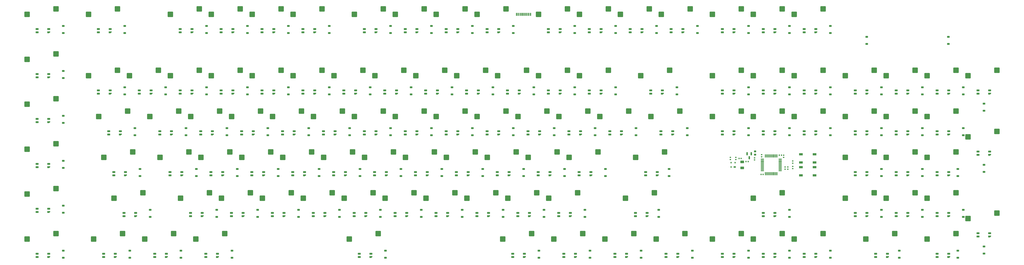
<source format=gbr>
%TF.GenerationSoftware,KiCad,Pcbnew,8.0.2*%
%TF.CreationDate,2024-05-15T22:30:45+02:00*%
%TF.ProjectId,micha_board,6d696368-615f-4626-9f61-72642e6b6963,rev?*%
%TF.SameCoordinates,Original*%
%TF.FileFunction,Paste,Bot*%
%TF.FilePolarity,Positive*%
%FSLAX46Y46*%
G04 Gerber Fmt 4.6, Leading zero omitted, Abs format (unit mm)*
G04 Created by KiCad (PCBNEW 8.0.2) date 2024-05-15 22:30:45*
%MOMM*%
%LPD*%
G01*
G04 APERTURE LIST*
G04 Aperture macros list*
%AMRoundRect*
0 Rectangle with rounded corners*
0 $1 Rounding radius*
0 $2 $3 $4 $5 $6 $7 $8 $9 X,Y pos of 4 corners*
0 Add a 4 corners polygon primitive as box body*
4,1,4,$2,$3,$4,$5,$6,$7,$8,$9,$2,$3,0*
0 Add four circle primitives for the rounded corners*
1,1,$1+$1,$2,$3*
1,1,$1+$1,$4,$5*
1,1,$1+$1,$6,$7*
1,1,$1+$1,$8,$9*
0 Add four rect primitives between the rounded corners*
20,1,$1+$1,$2,$3,$4,$5,0*
20,1,$1+$1,$4,$5,$6,$7,0*
20,1,$1+$1,$6,$7,$8,$9,0*
20,1,$1+$1,$8,$9,$2,$3,0*%
%AMFreePoly0*
4,1,18,-0.410000,0.593000,-0.403758,0.624380,-0.385983,0.650983,-0.359380,0.668758,-0.328000,0.675000,0.328000,0.675000,0.359380,0.668758,0.385983,0.650983,0.403758,0.624380,0.410000,0.593000,0.410000,-0.593000,0.403758,-0.624380,0.385983,-0.650983,0.359380,-0.668758,0.328000,-0.675000,0.000000,-0.675000,-0.410000,-0.265000,-0.410000,0.593000,-0.410000,0.593000,$1*%
G04 Aperture macros list end*
%ADD10R,0.600000X1.450000*%
%ADD11R,0.300000X1.450000*%
%ADD12RoundRect,0.225000X0.375000X-0.225000X0.375000X0.225000X-0.375000X0.225000X-0.375000X-0.225000X0*%
%ADD13RoundRect,0.250000X1.025000X1.000000X-1.025000X1.000000X-1.025000X-1.000000X1.025000X-1.000000X0*%
%ADD14RoundRect,0.082000X0.593000X-0.328000X0.593000X0.328000X-0.593000X0.328000X-0.593000X-0.328000X0*%
%ADD15FreePoly0,90.000000*%
%ADD16RoundRect,0.140000X0.140000X0.170000X-0.140000X0.170000X-0.140000X-0.170000X0.140000X-0.170000X0*%
%ADD17RoundRect,0.075000X0.662500X0.075000X-0.662500X0.075000X-0.662500X-0.075000X0.662500X-0.075000X0*%
%ADD18RoundRect,0.075000X0.075000X0.662500X-0.075000X0.662500X-0.075000X-0.662500X0.075000X-0.662500X0*%
%ADD19RoundRect,0.140000X0.170000X-0.140000X0.170000X0.140000X-0.170000X0.140000X-0.170000X-0.140000X0*%
%ADD20R,1.700000X1.000000*%
%ADD21R,1.000000X0.700000*%
%ADD22R,0.600000X0.700000*%
%ADD23RoundRect,0.140000X-0.140000X-0.170000X0.140000X-0.170000X0.140000X0.170000X-0.140000X0.170000X0*%
%ADD24RoundRect,0.150000X-0.150000X0.587500X-0.150000X-0.587500X0.150000X-0.587500X0.150000X0.587500X0*%
%ADD25RoundRect,0.135000X-0.185000X0.135000X-0.185000X-0.135000X0.185000X-0.135000X0.185000X0.135000X0*%
%ADD26RoundRect,0.140000X-0.170000X0.140000X-0.170000X-0.140000X0.170000X-0.140000X0.170000X0.140000X0*%
%ADD27RoundRect,0.250000X0.625000X-0.375000X0.625000X0.375000X-0.625000X0.375000X-0.625000X-0.375000X0*%
%ADD28RoundRect,0.135000X0.185000X-0.135000X0.185000X0.135000X-0.185000X0.135000X-0.185000X-0.135000X0*%
%ADD29RoundRect,0.225000X0.250000X-0.225000X0.250000X0.225000X-0.250000X0.225000X-0.250000X-0.225000X0*%
G04 APERTURE END LIST*
D10*
%TO.C,J1*%
X258650000Y-35545000D03*
X259450000Y-35545000D03*
D11*
X260650000Y-35545000D03*
X261650000Y-35545000D03*
X262150000Y-35545000D03*
X263150000Y-35545000D03*
D10*
X264350000Y-35545000D03*
X265150000Y-35545000D03*
X265150000Y-35545000D03*
X264350000Y-35545000D03*
D11*
X263650000Y-35545000D03*
X262650000Y-35545000D03*
X261150000Y-35545000D03*
X260150000Y-35545000D03*
D10*
X259450000Y-35545000D03*
X258650000Y-35545000D03*
%TD*%
D12*
%TO.C,D112*%
X459700000Y-49350000D03*
X459700000Y-46050000D03*
%TD*%
%TO.C,D111*%
X421700000Y-49350000D03*
X421700000Y-46050000D03*
%TD*%
D13*
%TO.C,MX110*%
X449840000Y-140335000D03*
X463290000Y-137795000D03*
%TD*%
%TO.C,MX109*%
X421265000Y-140335000D03*
X434715000Y-137795000D03*
%TD*%
%TO.C,MX108*%
X387927500Y-140335000D03*
X401377500Y-137795000D03*
%TD*%
%TO.C,MX107*%
X368877500Y-140335000D03*
X382327500Y-137795000D03*
%TD*%
%TO.C,MX106*%
X349827500Y-140335000D03*
X363277500Y-137795000D03*
%TD*%
%TO.C,MX105*%
X323633750Y-140335000D03*
X337083750Y-137795000D03*
%TD*%
%TO.C,MX104*%
X299821250Y-140335000D03*
X313271250Y-137795000D03*
%TD*%
%TO.C,MX103*%
X276008750Y-140335000D03*
X289458750Y-137795000D03*
%TD*%
%TO.C,MX102*%
X252196250Y-140335000D03*
X265646250Y-137795000D03*
%TD*%
%TO.C,MX101*%
X180758750Y-140335000D03*
X194208750Y-137795000D03*
%TD*%
%TO.C,MX100*%
X109321250Y-140335000D03*
X122771250Y-137795000D03*
%TD*%
%TO.C,MX99*%
X85508750Y-140335000D03*
X98958750Y-137795000D03*
%TD*%
%TO.C,MX98*%
X61696250Y-140335000D03*
X75146250Y-137795000D03*
%TD*%
%TO.C,MX97*%
X30740000Y-140335000D03*
X44190000Y-137795000D03*
%TD*%
%TO.C,MX96*%
X468890000Y-130810000D03*
X482340000Y-128270000D03*
%TD*%
%TO.C,MX95*%
X449840000Y-121285000D03*
X463290000Y-118745000D03*
%TD*%
%TO.C,MX94*%
X430790000Y-121285000D03*
X444240000Y-118745000D03*
%TD*%
%TO.C,MX93*%
X411740000Y-121285000D03*
X425190000Y-118745000D03*
%TD*%
%TO.C,MX92*%
X368877500Y-121285000D03*
X382327500Y-118745000D03*
%TD*%
%TO.C,MX91*%
X309346250Y-121285000D03*
X322796250Y-118745000D03*
%TD*%
%TO.C,MX90*%
X273627500Y-121285000D03*
X287077500Y-118745000D03*
%TD*%
%TO.C,MX89*%
X254577500Y-121285000D03*
X268027500Y-118745000D03*
%TD*%
%TO.C,MX88*%
X235527500Y-121285000D03*
X248977500Y-118745000D03*
%TD*%
%TO.C,MX87*%
X216477500Y-121285000D03*
X229927500Y-118745000D03*
%TD*%
%TO.C,MX86*%
X197427500Y-121285000D03*
X210877500Y-118745000D03*
%TD*%
%TO.C,MX85*%
X178377500Y-121285000D03*
X191827500Y-118745000D03*
%TD*%
%TO.C,MX84*%
X159327500Y-121285000D03*
X172777500Y-118745000D03*
%TD*%
%TO.C,MX83*%
X140277500Y-121285000D03*
X153727500Y-118745000D03*
%TD*%
%TO.C,MX82*%
X121227500Y-121285000D03*
X134677500Y-118745000D03*
%TD*%
%TO.C,MX81*%
X102177500Y-121285000D03*
X115627500Y-118745000D03*
%TD*%
%TO.C,MX80*%
X71221250Y-121285000D03*
X84671250Y-118745000D03*
%TD*%
%TO.C,MX79*%
X30740000Y-119380000D03*
X44190000Y-116840000D03*
%TD*%
%TO.C,MX78*%
X449840000Y-102235000D03*
X463290000Y-99695000D03*
%TD*%
%TO.C,MX77*%
X430790000Y-102235000D03*
X444240000Y-99695000D03*
%TD*%
%TO.C,MX76*%
X411740000Y-102235000D03*
X425190000Y-99695000D03*
%TD*%
%TO.C,MX75*%
X314108750Y-102235000D03*
X327558750Y-99695000D03*
%TD*%
%TO.C,MX74*%
X283152500Y-102235000D03*
X296602500Y-99695000D03*
%TD*%
%TO.C,MX73*%
X264102500Y-102235000D03*
X277552500Y-99695000D03*
%TD*%
%TO.C,MX72*%
X245052500Y-102235000D03*
X258502500Y-99695000D03*
%TD*%
%TO.C,MX71*%
X226002500Y-102235000D03*
X239452500Y-99695000D03*
%TD*%
%TO.C,MX70*%
X206952500Y-102235000D03*
X220402500Y-99695000D03*
%TD*%
%TO.C,MX69*%
X187902500Y-102235000D03*
X201352500Y-99695000D03*
%TD*%
%TO.C,MX68*%
X168852500Y-102235000D03*
X182302500Y-99695000D03*
%TD*%
%TO.C,MX67*%
X149802500Y-102235000D03*
X163252500Y-99695000D03*
%TD*%
%TO.C,MX66*%
X130752500Y-102235000D03*
X144202500Y-99695000D03*
%TD*%
%TO.C,MX65*%
X111702500Y-102235000D03*
X125152500Y-99695000D03*
%TD*%
%TO.C,MX64*%
X92652500Y-102235000D03*
X106102500Y-99695000D03*
%TD*%
%TO.C,MX63*%
X66458750Y-102235000D03*
X79908750Y-99695000D03*
%TD*%
%TO.C,MX62*%
X30740000Y-98425000D03*
X44190000Y-95885000D03*
%TD*%
%TO.C,MX61*%
X468890000Y-92710000D03*
X482340000Y-90170000D03*
%TD*%
%TO.C,MX60*%
X449840000Y-83185000D03*
X463290000Y-80645000D03*
%TD*%
%TO.C,MX59*%
X430790000Y-83185000D03*
X444240000Y-80645000D03*
%TD*%
%TO.C,MX58*%
X411740000Y-83185000D03*
X425190000Y-80645000D03*
%TD*%
%TO.C,MX57*%
X387927500Y-83185000D03*
X401377500Y-80645000D03*
%TD*%
%TO.C,MX56*%
X368877500Y-83185000D03*
X382327500Y-80645000D03*
%TD*%
%TO.C,MX55*%
X349827500Y-83185000D03*
X363277500Y-80645000D03*
%TD*%
%TO.C,MX53*%
X297440000Y-83185000D03*
X310890000Y-80645000D03*
%TD*%
%TO.C,MX52*%
X278390000Y-83185000D03*
X291840000Y-80645000D03*
%TD*%
%TO.C,MX51*%
X259340000Y-83185000D03*
X272790000Y-80645000D03*
%TD*%
%TO.C,MX50*%
X240290000Y-83185000D03*
X253740000Y-80645000D03*
%TD*%
%TO.C,MX49*%
X221240000Y-83185000D03*
X234690000Y-80645000D03*
%TD*%
%TO.C,MX48*%
X202190000Y-83185000D03*
X215640000Y-80645000D03*
%TD*%
%TO.C,MX47*%
X183140000Y-83185000D03*
X196590000Y-80645000D03*
%TD*%
%TO.C,MX46*%
X164090000Y-83185000D03*
X177540000Y-80645000D03*
%TD*%
%TO.C,MX45*%
X145040000Y-83185000D03*
X158490000Y-80645000D03*
%TD*%
%TO.C,MX44*%
X125990000Y-83185000D03*
X139440000Y-80645000D03*
%TD*%
%TO.C,MX43*%
X106940000Y-83185000D03*
X120390000Y-80645000D03*
%TD*%
%TO.C,MX42*%
X87890000Y-83185000D03*
X101340000Y-80645000D03*
%TD*%
%TO.C,MX41*%
X64077500Y-83185000D03*
X77527500Y-80645000D03*
%TD*%
%TO.C,MX40*%
X30740000Y-77470000D03*
X44190000Y-74930000D03*
%TD*%
%TO.C,MX39*%
X468890000Y-64135000D03*
X482340000Y-61595000D03*
%TD*%
%TO.C,MX38*%
X449840000Y-64135000D03*
X463290000Y-61595000D03*
%TD*%
%TO.C,MX37*%
X430790000Y-64135000D03*
X444240000Y-61595000D03*
%TD*%
%TO.C,MX36*%
X411740000Y-64135000D03*
X425190000Y-61595000D03*
%TD*%
%TO.C,MX35*%
X387927500Y-64135000D03*
X401377500Y-61595000D03*
%TD*%
%TO.C,MX34*%
X368877500Y-64135000D03*
X382327500Y-61595000D03*
%TD*%
%TO.C,MX33*%
X349827500Y-64135000D03*
X363277500Y-61595000D03*
%TD*%
%TO.C,MX32*%
X316490000Y-64135000D03*
X329940000Y-61595000D03*
%TD*%
%TO.C,MX31*%
X287915000Y-64135000D03*
X301365000Y-61595000D03*
%TD*%
%TO.C,MX30*%
X268865000Y-64135000D03*
X282315000Y-61595000D03*
%TD*%
%TO.C,MX29*%
X249815000Y-64135000D03*
X263265000Y-61595000D03*
%TD*%
%TO.C,MX28*%
X230765000Y-64135000D03*
X244215000Y-61595000D03*
%TD*%
%TO.C,MX27*%
X211715000Y-64135000D03*
X225165000Y-61595000D03*
%TD*%
%TO.C,MX26*%
X192665000Y-64135000D03*
X206115000Y-61595000D03*
%TD*%
%TO.C,MX25*%
X173615000Y-64135000D03*
X187065000Y-61595000D03*
%TD*%
%TO.C,MX24*%
X154565000Y-64135000D03*
X168015000Y-61595000D03*
%TD*%
%TO.C,MX23*%
X135515000Y-64135000D03*
X148965000Y-61595000D03*
%TD*%
%TO.C,MX22*%
X116465000Y-64135000D03*
X129915000Y-61595000D03*
%TD*%
%TO.C,MX21*%
X97415000Y-64135000D03*
X110865000Y-61595000D03*
%TD*%
%TO.C,MX20*%
X78365000Y-64135000D03*
X91815000Y-61595000D03*
%TD*%
%TO.C,MX19*%
X59315000Y-64135000D03*
X72765000Y-61595000D03*
%TD*%
%TO.C,MX18*%
X30740000Y-56515000D03*
X44190000Y-53975000D03*
%TD*%
%TO.C,MX17*%
X387927500Y-35560000D03*
X401377500Y-33020000D03*
%TD*%
%TO.C,MX16*%
X368877500Y-35560000D03*
X382327500Y-33020000D03*
%TD*%
%TO.C,MX15*%
X349827500Y-35560000D03*
X363277500Y-33020000D03*
%TD*%
%TO.C,MX14*%
X326015000Y-35560000D03*
X339465000Y-33020000D03*
%TD*%
%TO.C,MX13*%
X306965000Y-35560000D03*
X320415000Y-33020000D03*
%TD*%
%TO.C,MX12*%
X287915000Y-35560000D03*
X301365000Y-33020000D03*
%TD*%
%TO.C,MX11*%
X268865000Y-35560000D03*
X282315000Y-33020000D03*
%TD*%
%TO.C,MX10*%
X240290000Y-35560000D03*
X253740000Y-33020000D03*
%TD*%
%TO.C,MX9*%
X221240000Y-35560000D03*
X234690000Y-33020000D03*
%TD*%
%TO.C,MX8*%
X202190000Y-35560000D03*
X215640000Y-33020000D03*
%TD*%
%TO.C,MX7*%
X183140000Y-35560000D03*
X196590000Y-33020000D03*
%TD*%
%TO.C,MX6*%
X154565000Y-35560000D03*
X168015000Y-33020000D03*
%TD*%
%TO.C,MX5*%
X135515000Y-35560000D03*
X148965000Y-33020000D03*
%TD*%
%TO.C,MX4*%
X116465000Y-35560000D03*
X129915000Y-33020000D03*
%TD*%
%TO.C,MX3*%
X97415000Y-35560000D03*
X110865000Y-33020000D03*
%TD*%
%TO.C,MX2*%
X59315000Y-35560000D03*
X72765000Y-33020000D03*
%TD*%
%TO.C,MX1*%
X30740000Y-35560000D03*
X44190000Y-33020000D03*
%TD*%
D14*
%TO.C,LED110*%
X454475000Y-147205000D03*
X454475000Y-148705000D03*
X459925000Y-147205000D03*
D15*
X459925000Y-148705000D03*
%TD*%
D14*
%TO.C,LED109*%
X425900000Y-147205000D03*
X425900000Y-148705000D03*
X431350000Y-147205000D03*
D15*
X431350000Y-148705000D03*
%TD*%
D14*
%TO.C,LED108*%
X392562500Y-147205000D03*
X392562500Y-148705000D03*
X398012500Y-147205000D03*
D15*
X398012500Y-148705000D03*
%TD*%
D14*
%TO.C,LED107*%
X373512500Y-147205000D03*
X373512500Y-148705000D03*
X378962500Y-147205000D03*
D15*
X378962500Y-148705000D03*
%TD*%
D14*
%TO.C,LED106*%
X354462500Y-147205000D03*
X354462500Y-148705000D03*
X359912500Y-147205000D03*
D15*
X359912500Y-148705000D03*
%TD*%
D14*
%TO.C,LED105*%
X328268750Y-147205000D03*
X328268750Y-148705000D03*
X333718750Y-147205000D03*
D15*
X333718750Y-148705000D03*
%TD*%
D14*
%TO.C,LED104*%
X304456250Y-147205000D03*
X304456250Y-148705000D03*
X309906250Y-147205000D03*
D15*
X309906250Y-148705000D03*
%TD*%
D14*
%TO.C,LED103*%
X280643750Y-147205000D03*
X280643750Y-148705000D03*
X286093750Y-147205000D03*
D15*
X286093750Y-148705000D03*
%TD*%
D14*
%TO.C,LED102*%
X256831250Y-147205000D03*
X256831250Y-148705000D03*
X262281250Y-147205000D03*
D15*
X262281250Y-148705000D03*
%TD*%
D14*
%TO.C,LED101*%
X185393750Y-147205000D03*
X185393750Y-148705000D03*
X190843750Y-147205000D03*
D15*
X190843750Y-148705000D03*
%TD*%
D14*
%TO.C,LED100*%
X113956250Y-147205000D03*
X113956250Y-148705000D03*
X119406250Y-147205000D03*
D15*
X119406250Y-148705000D03*
%TD*%
D14*
%TO.C,LED99*%
X90143750Y-147205000D03*
X90143750Y-148705000D03*
X95593750Y-147205000D03*
D15*
X95593750Y-148705000D03*
%TD*%
D14*
%TO.C,LED98*%
X66331250Y-147205000D03*
X66331250Y-148705000D03*
X71781250Y-147205000D03*
D15*
X71781250Y-148705000D03*
%TD*%
D14*
%TO.C,LED97*%
X35375000Y-147205000D03*
X35375000Y-148705000D03*
X40825000Y-147205000D03*
D15*
X40825000Y-148705000D03*
%TD*%
D14*
%TO.C,LED96*%
X473525000Y-137680000D03*
X473525000Y-139180000D03*
X478975000Y-137680000D03*
D15*
X478975000Y-139180000D03*
%TD*%
D14*
%TO.C,LED95*%
X454475000Y-128155000D03*
X454475000Y-129655000D03*
X459925000Y-128155000D03*
D15*
X459925000Y-129655000D03*
%TD*%
D14*
%TO.C,LED94*%
X435425000Y-128155000D03*
X435425000Y-129655000D03*
X440875000Y-128155000D03*
D15*
X440875000Y-129655000D03*
%TD*%
D14*
%TO.C,LED93*%
X416375000Y-128155000D03*
X416375000Y-129655000D03*
X421825000Y-128155000D03*
D15*
X421825000Y-129655000D03*
%TD*%
D14*
%TO.C,LED92*%
X373512500Y-128155000D03*
X373512500Y-129655000D03*
X378962500Y-128155000D03*
D15*
X378962500Y-129655000D03*
%TD*%
D14*
%TO.C,LED91*%
X313981250Y-128155000D03*
X313981250Y-129655000D03*
X319431250Y-128155000D03*
D15*
X319431250Y-129655000D03*
%TD*%
D14*
%TO.C,LED90*%
X278262500Y-128155000D03*
X278262500Y-129655000D03*
X283712500Y-128155000D03*
D15*
X283712500Y-129655000D03*
%TD*%
D14*
%TO.C,LED89*%
X259212500Y-128155000D03*
X259212500Y-129655000D03*
X264662500Y-128155000D03*
D15*
X264662500Y-129655000D03*
%TD*%
D14*
%TO.C,LED88*%
X240162500Y-128155000D03*
X240162500Y-129655000D03*
X245612500Y-128155000D03*
D15*
X245612500Y-129655000D03*
%TD*%
D14*
%TO.C,LED87*%
X221112500Y-128155000D03*
X221112500Y-129655000D03*
X226562500Y-128155000D03*
D15*
X226562500Y-129655000D03*
%TD*%
D14*
%TO.C,LED86*%
X202062500Y-128155000D03*
X202062500Y-129655000D03*
X207512500Y-128155000D03*
D15*
X207512500Y-129655000D03*
%TD*%
D14*
%TO.C,LED85*%
X183012500Y-128155000D03*
X183012500Y-129655000D03*
X188462500Y-128155000D03*
D15*
X188462500Y-129655000D03*
%TD*%
D14*
%TO.C,LED84*%
X163962500Y-128155000D03*
X163962500Y-129655000D03*
X169412500Y-128155000D03*
D15*
X169412500Y-129655000D03*
%TD*%
D14*
%TO.C,LED83*%
X144912500Y-128155000D03*
X144912500Y-129655000D03*
X150362500Y-128155000D03*
D15*
X150362500Y-129655000D03*
%TD*%
D14*
%TO.C,LED82*%
X125862500Y-128155000D03*
X125862500Y-129655000D03*
X131312500Y-128155000D03*
D15*
X131312500Y-129655000D03*
%TD*%
D14*
%TO.C,LED81*%
X106812500Y-128155000D03*
X106812500Y-129655000D03*
X112262500Y-128155000D03*
D15*
X112262500Y-129655000D03*
%TD*%
D14*
%TO.C,LED80*%
X75856250Y-128155000D03*
X75856250Y-129655000D03*
X81306250Y-128155000D03*
D15*
X81306250Y-129655000D03*
%TD*%
D14*
%TO.C,LED79*%
X35375000Y-126250000D03*
X35375000Y-127750000D03*
X40825000Y-126250000D03*
D15*
X40825000Y-127750000D03*
%TD*%
D14*
%TO.C,LED78*%
X454475000Y-109105000D03*
X454475000Y-110605000D03*
X459925000Y-109105000D03*
D15*
X459925000Y-110605000D03*
%TD*%
D14*
%TO.C,LED77*%
X435425000Y-109105000D03*
X435425000Y-110605000D03*
X440875000Y-109105000D03*
D15*
X440875000Y-110605000D03*
%TD*%
D14*
%TO.C,LED76*%
X416375000Y-109105000D03*
X416375000Y-110605000D03*
X421825000Y-109105000D03*
D15*
X421825000Y-110605000D03*
%TD*%
D14*
%TO.C,LED75*%
X318743750Y-109105000D03*
X318743750Y-110605000D03*
X324193750Y-109105000D03*
D15*
X324193750Y-110605000D03*
%TD*%
D14*
%TO.C,LED74*%
X287787500Y-109105000D03*
X287787500Y-110605000D03*
X293237500Y-109105000D03*
D15*
X293237500Y-110605000D03*
%TD*%
D14*
%TO.C,LED73*%
X268737500Y-109105000D03*
X268737500Y-110605000D03*
X274187500Y-109105000D03*
D15*
X274187500Y-110605000D03*
%TD*%
D14*
%TO.C,LED72*%
X249687500Y-109105000D03*
X249687500Y-110605000D03*
X255137500Y-109105000D03*
D15*
X255137500Y-110605000D03*
%TD*%
D14*
%TO.C,LED71*%
X230637500Y-109105000D03*
X230637500Y-110605000D03*
X236087500Y-109105000D03*
D15*
X236087500Y-110605000D03*
%TD*%
D14*
%TO.C,LED70*%
X211587500Y-109105000D03*
X211587500Y-110605000D03*
X217037500Y-109105000D03*
D15*
X217037500Y-110605000D03*
%TD*%
D14*
%TO.C,LED69*%
X192537500Y-109105000D03*
X192537500Y-110605000D03*
X197987500Y-109105000D03*
D15*
X197987500Y-110605000D03*
%TD*%
D14*
%TO.C,LED68*%
X173487500Y-109105000D03*
X173487500Y-110605000D03*
X178937500Y-109105000D03*
D15*
X178937500Y-110605000D03*
%TD*%
D14*
%TO.C,LED67*%
X154437500Y-109105000D03*
X154437500Y-110605000D03*
X159887500Y-109105000D03*
D15*
X159887500Y-110605000D03*
%TD*%
D14*
%TO.C,LED66*%
X135387500Y-109105000D03*
X135387500Y-110605000D03*
X140837500Y-109105000D03*
D15*
X140837500Y-110605000D03*
%TD*%
D14*
%TO.C,LED65*%
X116337500Y-109105000D03*
X116337500Y-110605000D03*
X121787500Y-109105000D03*
D15*
X121787500Y-110605000D03*
%TD*%
D14*
%TO.C,LED64*%
X97287500Y-109105000D03*
X97287500Y-110605000D03*
X102737500Y-109105000D03*
D15*
X102737500Y-110605000D03*
%TD*%
D14*
%TO.C,LED63*%
X71093750Y-109105000D03*
X71093750Y-110605000D03*
X76543750Y-109105000D03*
D15*
X76543750Y-110605000D03*
%TD*%
D14*
%TO.C,LED62*%
X35375000Y-105295000D03*
X35375000Y-106795000D03*
X40825000Y-105295000D03*
D15*
X40825000Y-106795000D03*
%TD*%
D14*
%TO.C,LED61*%
X473525000Y-99580000D03*
X473525000Y-101080000D03*
X478975000Y-99580000D03*
D15*
X478975000Y-101080000D03*
%TD*%
D14*
%TO.C,LED60*%
X454475000Y-90055000D03*
X454475000Y-91555000D03*
X459925000Y-90055000D03*
D15*
X459925000Y-91555000D03*
%TD*%
D14*
%TO.C,LED59*%
X435425000Y-90055000D03*
X435425000Y-91555000D03*
X440875000Y-90055000D03*
D15*
X440875000Y-91555000D03*
%TD*%
D14*
%TO.C,LED58*%
X416375000Y-90055000D03*
X416375000Y-91555000D03*
X421825000Y-90055000D03*
D15*
X421825000Y-91555000D03*
%TD*%
D14*
%TO.C,LED57*%
X392562500Y-90055000D03*
X392562500Y-91555000D03*
X398012500Y-90055000D03*
D15*
X398012500Y-91555000D03*
%TD*%
D14*
%TO.C,LED56*%
X373512500Y-90055000D03*
X373512500Y-91555000D03*
X378962500Y-90055000D03*
D15*
X378962500Y-91555000D03*
%TD*%
D14*
%TO.C,LED55*%
X354462500Y-90055000D03*
X354462500Y-91555000D03*
X359912500Y-90055000D03*
D15*
X359912500Y-91555000D03*
%TD*%
D14*
%TO.C,LED54*%
X325887500Y-90055000D03*
X325887500Y-91555000D03*
X331337500Y-90055000D03*
D15*
X331337500Y-91555000D03*
%TD*%
D14*
%TO.C,LED53*%
X302075000Y-90055000D03*
X302075000Y-91555000D03*
X307525000Y-90055000D03*
D15*
X307525000Y-91555000D03*
%TD*%
D14*
%TO.C,LED52*%
X283025000Y-90055000D03*
X283025000Y-91555000D03*
X288475000Y-90055000D03*
D15*
X288475000Y-91555000D03*
%TD*%
D14*
%TO.C,LED51*%
X263975000Y-90055000D03*
X263975000Y-91555000D03*
X269425000Y-90055000D03*
D15*
X269425000Y-91555000D03*
%TD*%
D14*
%TO.C,LED50*%
X244925000Y-90055000D03*
X244925000Y-91555000D03*
X250375000Y-90055000D03*
D15*
X250375000Y-91555000D03*
%TD*%
D14*
%TO.C,LED49*%
X225875000Y-90055000D03*
X225875000Y-91555000D03*
X231325000Y-90055000D03*
D15*
X231325000Y-91555000D03*
%TD*%
D14*
%TO.C,LED48*%
X206825000Y-90055000D03*
X206825000Y-91555000D03*
X212275000Y-90055000D03*
D15*
X212275000Y-91555000D03*
%TD*%
D14*
%TO.C,LED47*%
X187775000Y-90055000D03*
X187775000Y-91555000D03*
X193225000Y-90055000D03*
D15*
X193225000Y-91555000D03*
%TD*%
D14*
%TO.C,LED46*%
X168725000Y-90055000D03*
X168725000Y-91555000D03*
X174175000Y-90055000D03*
D15*
X174175000Y-91555000D03*
%TD*%
D14*
%TO.C,LED45*%
X149675000Y-90055000D03*
X149675000Y-91555000D03*
X155125000Y-90055000D03*
D15*
X155125000Y-91555000D03*
%TD*%
D14*
%TO.C,LED44*%
X130625000Y-90055000D03*
X130625000Y-91555000D03*
X136075000Y-90055000D03*
D15*
X136075000Y-91555000D03*
%TD*%
D14*
%TO.C,LED43*%
X111575000Y-90055000D03*
X111575000Y-91555000D03*
X117025000Y-90055000D03*
D15*
X117025000Y-91555000D03*
%TD*%
D14*
%TO.C,LED42*%
X92525000Y-90055000D03*
X92525000Y-91555000D03*
X97975000Y-90055000D03*
D15*
X97975000Y-91555000D03*
%TD*%
D14*
%TO.C,LED41*%
X68712500Y-90055000D03*
X68712500Y-91555000D03*
X74162500Y-90055000D03*
D15*
X74162500Y-91555000D03*
%TD*%
D14*
%TO.C,LED40*%
X35375000Y-84340000D03*
X35375000Y-85840000D03*
X40825000Y-84340000D03*
D15*
X40825000Y-85840000D03*
%TD*%
D14*
%TO.C,LED39*%
X473525000Y-71005000D03*
X473525000Y-72505000D03*
X478975000Y-71005000D03*
D15*
X478975000Y-72505000D03*
%TD*%
D14*
%TO.C,LED38*%
X454475000Y-71005000D03*
X454475000Y-72505000D03*
X459925000Y-71005000D03*
D15*
X459925000Y-72505000D03*
%TD*%
D14*
%TO.C,LED37*%
X435425000Y-71005000D03*
X435425000Y-72505000D03*
X440875000Y-71005000D03*
D15*
X440875000Y-72505000D03*
%TD*%
D14*
%TO.C,LED36*%
X416375000Y-71005000D03*
X416375000Y-72505000D03*
X421825000Y-71005000D03*
D15*
X421825000Y-72505000D03*
%TD*%
D14*
%TO.C,LED35*%
X392562500Y-71005000D03*
X392562500Y-72505000D03*
X398012500Y-71005000D03*
D15*
X398012500Y-72505000D03*
%TD*%
D14*
%TO.C,LED34*%
X373512500Y-71005000D03*
X373512500Y-72505000D03*
X378962500Y-71005000D03*
D15*
X378962500Y-72505000D03*
%TD*%
D14*
%TO.C,LED33*%
X354462500Y-71005000D03*
X354462500Y-72505000D03*
X359912500Y-71005000D03*
D15*
X359912500Y-72505000D03*
%TD*%
D14*
%TO.C,LED32*%
X321125000Y-71005000D03*
X321125000Y-72505000D03*
X326575000Y-71005000D03*
D15*
X326575000Y-72505000D03*
%TD*%
D14*
%TO.C,LED31*%
X292550000Y-71005000D03*
X292550000Y-72505000D03*
X298000000Y-71005000D03*
D15*
X298000000Y-72505000D03*
%TD*%
D14*
%TO.C,LED30*%
X273500000Y-71005000D03*
X273500000Y-72505000D03*
X278950000Y-71005000D03*
D15*
X278950000Y-72505000D03*
%TD*%
D14*
%TO.C,LED29*%
X254450000Y-71005000D03*
X254450000Y-72505000D03*
X259900000Y-71005000D03*
D15*
X259900000Y-72505000D03*
%TD*%
D14*
%TO.C,LED28*%
X235400000Y-71005000D03*
X235400000Y-72505000D03*
X240850000Y-71005000D03*
D15*
X240850000Y-72505000D03*
%TD*%
D14*
%TO.C,LED27*%
X216350000Y-71005000D03*
X216350000Y-72505000D03*
X221800000Y-71005000D03*
D15*
X221800000Y-72505000D03*
%TD*%
D14*
%TO.C,LED26*%
X197300000Y-71005000D03*
X197300000Y-72505000D03*
X202750000Y-71005000D03*
D15*
X202750000Y-72505000D03*
%TD*%
D14*
%TO.C,LED25*%
X178250000Y-71005000D03*
X178250000Y-72505000D03*
X183700000Y-71005000D03*
D15*
X183700000Y-72505000D03*
%TD*%
D14*
%TO.C,LED24*%
X159200000Y-71005000D03*
X159200000Y-72505000D03*
X164650000Y-71005000D03*
D15*
X164650000Y-72505000D03*
%TD*%
D14*
%TO.C,LED23*%
X140150000Y-71005000D03*
X140150000Y-72505000D03*
X145600000Y-71005000D03*
D15*
X145600000Y-72505000D03*
%TD*%
D14*
%TO.C,LED22*%
X121100000Y-71005000D03*
X121100000Y-72505000D03*
X126550000Y-71005000D03*
D15*
X126550000Y-72505000D03*
%TD*%
D14*
%TO.C,LED21*%
X102050000Y-71005000D03*
X102050000Y-72505000D03*
X107500000Y-71005000D03*
D15*
X107500000Y-72505000D03*
%TD*%
D14*
%TO.C,LED20*%
X83000000Y-71005000D03*
X83000000Y-72505000D03*
X88450000Y-71005000D03*
D15*
X88450000Y-72505000D03*
%TD*%
D14*
%TO.C,LED19*%
X63950000Y-71005000D03*
X63950000Y-72505000D03*
X69400000Y-71005000D03*
D15*
X69400000Y-72505000D03*
%TD*%
D14*
%TO.C,LED18*%
X35375000Y-63385000D03*
X35375000Y-64885000D03*
X40825000Y-63385000D03*
D15*
X40825000Y-64885000D03*
%TD*%
D14*
%TO.C,LED17*%
X392562500Y-42430000D03*
X392562500Y-43930000D03*
X398012500Y-42430000D03*
D15*
X398012500Y-43930000D03*
%TD*%
D14*
%TO.C,LED16*%
X373512500Y-42430000D03*
X373512500Y-43930000D03*
X378962500Y-42430000D03*
D15*
X378962500Y-43930000D03*
%TD*%
D14*
%TO.C,LED15*%
X354462500Y-42430000D03*
X354462500Y-43930000D03*
X359912500Y-42430000D03*
D15*
X359912500Y-43930000D03*
%TD*%
D14*
%TO.C,LED14*%
X330650000Y-42430000D03*
X330650000Y-43930000D03*
X336100000Y-42430000D03*
D15*
X336100000Y-43930000D03*
%TD*%
D14*
%TO.C,LED13*%
X311600000Y-42430000D03*
X311600000Y-43930000D03*
X317050000Y-42430000D03*
D15*
X317050000Y-43930000D03*
%TD*%
D14*
%TO.C,LED12*%
X292550000Y-42430000D03*
X292550000Y-43930000D03*
X298000000Y-42430000D03*
D15*
X298000000Y-43930000D03*
%TD*%
D14*
%TO.C,LED11*%
X273500000Y-42430000D03*
X273500000Y-43930000D03*
X278950000Y-42430000D03*
D15*
X278950000Y-43930000D03*
%TD*%
D14*
%TO.C,LED10*%
X244925000Y-42430000D03*
X244925000Y-43930000D03*
X250375000Y-42430000D03*
D15*
X250375000Y-43930000D03*
%TD*%
D14*
%TO.C,LED9*%
X225875000Y-42430000D03*
X225875000Y-43930000D03*
X231325000Y-42430000D03*
D15*
X231325000Y-43930000D03*
%TD*%
D14*
%TO.C,LED8*%
X206825000Y-42430000D03*
X206825000Y-43930000D03*
X212275000Y-42430000D03*
D15*
X212275000Y-43930000D03*
%TD*%
D14*
%TO.C,LED7*%
X187775000Y-42430000D03*
X187775000Y-43930000D03*
X193225000Y-42430000D03*
D15*
X193225000Y-43930000D03*
%TD*%
D14*
%TO.C,LED6*%
X159200000Y-42430000D03*
X159200000Y-43930000D03*
X164650000Y-42430000D03*
D15*
X164650000Y-43930000D03*
%TD*%
D14*
%TO.C,LED5*%
X140150000Y-42430000D03*
X140150000Y-43930000D03*
X145600000Y-42430000D03*
D15*
X145600000Y-43930000D03*
%TD*%
D14*
%TO.C,LED4*%
X121100000Y-42430000D03*
X121100000Y-43930000D03*
X126550000Y-42430000D03*
D15*
X126550000Y-43930000D03*
%TD*%
D14*
%TO.C,LED3*%
X102050000Y-42430000D03*
X102050000Y-43930000D03*
X107500000Y-42430000D03*
D15*
X107500000Y-43930000D03*
%TD*%
D14*
%TO.C,LED2*%
X63950000Y-42430000D03*
X63950000Y-43930000D03*
X69400000Y-42430000D03*
D15*
X69400000Y-43930000D03*
%TD*%
D14*
%TO.C,LED1*%
X35375000Y-42430000D03*
X35375000Y-43930000D03*
X40825000Y-42430000D03*
D15*
X40825000Y-43930000D03*
%TD*%
D12*
%TO.C,D110*%
X464100000Y-145775000D03*
X464100000Y-149075000D03*
%TD*%
%TO.C,D109*%
X436900000Y-145775000D03*
X436900000Y-149075000D03*
%TD*%
%TO.C,D108*%
X404787500Y-145775000D03*
X404787500Y-149075000D03*
%TD*%
%TO.C,D107*%
X385737500Y-145775000D03*
X385737500Y-149075000D03*
%TD*%
%TO.C,D106*%
X366687500Y-145775000D03*
X366687500Y-149075000D03*
%TD*%
%TO.C,D105*%
X340493750Y-145775000D03*
X340493750Y-149075000D03*
%TD*%
%TO.C,D104*%
X316681250Y-145775000D03*
X316681250Y-149075000D03*
%TD*%
%TO.C,D103*%
X292868750Y-145775000D03*
X292868750Y-149075000D03*
%TD*%
%TO.C,D102*%
X269056250Y-145775000D03*
X269056250Y-149075000D03*
%TD*%
%TO.C,D101*%
X197618750Y-145775000D03*
X197618750Y-149075000D03*
%TD*%
%TO.C,D100*%
X126181250Y-145775000D03*
X126181250Y-149075000D03*
%TD*%
%TO.C,D99*%
X102368750Y-145775000D03*
X102368750Y-149075000D03*
%TD*%
%TO.C,D98*%
X78556250Y-145775000D03*
X78556250Y-149075000D03*
%TD*%
%TO.C,D97*%
X47600000Y-145775000D03*
X47600000Y-149075000D03*
%TD*%
%TO.C,D96*%
X476300000Y-143850000D03*
X476300000Y-147150000D03*
%TD*%
%TO.C,D95*%
X466700000Y-126725000D03*
X466700000Y-130025000D03*
%TD*%
%TO.C,D94*%
X447650000Y-126725000D03*
X447650000Y-130025000D03*
%TD*%
%TO.C,D93*%
X428600000Y-126725000D03*
X428600000Y-130025000D03*
%TD*%
%TO.C,D92*%
X385737500Y-126725000D03*
X385737500Y-130025000D03*
%TD*%
%TO.C,D91*%
X324900000Y-126725000D03*
X324900000Y-130025000D03*
%TD*%
%TO.C,D90*%
X290487500Y-126725000D03*
X290487500Y-130025000D03*
%TD*%
%TO.C,D89*%
X271437500Y-126725000D03*
X271437500Y-130025000D03*
%TD*%
%TO.C,D88*%
X252387500Y-126725000D03*
X252387500Y-130025000D03*
%TD*%
%TO.C,D87*%
X233337500Y-126725000D03*
X233337500Y-130025000D03*
%TD*%
%TO.C,D86*%
X214287500Y-126725000D03*
X214287500Y-130025000D03*
%TD*%
%TO.C,D85*%
X195237500Y-126725000D03*
X195237500Y-130025000D03*
%TD*%
%TO.C,D84*%
X176187500Y-126725000D03*
X176187500Y-130025000D03*
%TD*%
%TO.C,D83*%
X157137500Y-126725000D03*
X157137500Y-130025000D03*
%TD*%
%TO.C,D82*%
X138087500Y-126725000D03*
X138087500Y-130025000D03*
%TD*%
%TO.C,D81*%
X119037500Y-126725000D03*
X119037500Y-130025000D03*
%TD*%
%TO.C,D80*%
X88081250Y-126725000D03*
X88081250Y-130025000D03*
%TD*%
%TO.C,D79*%
X47600000Y-124820000D03*
X47600000Y-128120000D03*
%TD*%
%TO.C,D78*%
X464100000Y-107675000D03*
X464100000Y-110975000D03*
%TD*%
%TO.C,D77*%
X447650000Y-107675000D03*
X447650000Y-110975000D03*
%TD*%
%TO.C,D76*%
X428600000Y-107675000D03*
X428600000Y-110975000D03*
%TD*%
%TO.C,D75*%
X329700000Y-107675000D03*
X329700000Y-110975000D03*
%TD*%
%TO.C,D74*%
X300012500Y-107675000D03*
X300012500Y-110975000D03*
%TD*%
%TO.C,D73*%
X280962500Y-107675000D03*
X280962500Y-110975000D03*
%TD*%
%TO.C,D72*%
X261912500Y-107675000D03*
X261912500Y-110975000D03*
%TD*%
%TO.C,D71*%
X242862500Y-107675000D03*
X242862500Y-110975000D03*
%TD*%
%TO.C,D70*%
X223812500Y-107675000D03*
X223812500Y-110975000D03*
%TD*%
%TO.C,D69*%
X204762500Y-107675000D03*
X204762500Y-110975000D03*
%TD*%
%TO.C,D68*%
X185712500Y-107675000D03*
X185712500Y-110975000D03*
%TD*%
%TO.C,D67*%
X166662500Y-107675000D03*
X166662500Y-110975000D03*
%TD*%
%TO.C,D66*%
X147612500Y-107675000D03*
X147612500Y-110975000D03*
%TD*%
%TO.C,D65*%
X128562500Y-107675000D03*
X128562500Y-110975000D03*
%TD*%
%TO.C,D64*%
X109512500Y-107675000D03*
X109512500Y-110975000D03*
%TD*%
%TO.C,D63*%
X83318750Y-107675000D03*
X83318750Y-110975000D03*
%TD*%
%TO.C,D62*%
X47600000Y-103865000D03*
X47600000Y-107165000D03*
%TD*%
%TO.C,D61*%
X476300000Y-105750000D03*
X476300000Y-109050000D03*
%TD*%
%TO.C,D60*%
X466700000Y-88625000D03*
X466700000Y-91925000D03*
%TD*%
%TO.C,D59*%
X447650000Y-88625000D03*
X447650000Y-91925000D03*
%TD*%
%TO.C,D58*%
X428600000Y-88625000D03*
X428600000Y-91925000D03*
%TD*%
%TO.C,D57*%
X404787500Y-88625000D03*
X404787500Y-91925000D03*
%TD*%
%TO.C,D56*%
X385737500Y-88625000D03*
X385737500Y-91925000D03*
%TD*%
%TO.C,D55*%
X366687500Y-88625000D03*
X366687500Y-91925000D03*
%TD*%
%TO.C,D54*%
X338112500Y-88625000D03*
X338112500Y-91925000D03*
%TD*%
%TO.C,D53*%
X314300000Y-88625000D03*
X314300000Y-91925000D03*
%TD*%
%TO.C,D52*%
X295250000Y-88625000D03*
X295250000Y-91925000D03*
%TD*%
%TO.C,D51*%
X276200000Y-88625000D03*
X276200000Y-91925000D03*
%TD*%
%TO.C,D50*%
X257150000Y-88625000D03*
X257150000Y-91925000D03*
%TD*%
%TO.C,D49*%
X238100000Y-88625000D03*
X238100000Y-91925000D03*
%TD*%
%TO.C,D48*%
X219050000Y-88625000D03*
X219050000Y-91925000D03*
%TD*%
%TO.C,D47*%
X200000000Y-88625000D03*
X200000000Y-91925000D03*
%TD*%
%TO.C,D46*%
X180950000Y-88625000D03*
X180950000Y-91925000D03*
%TD*%
%TO.C,D45*%
X161900000Y-88625000D03*
X161900000Y-91925000D03*
%TD*%
%TO.C,D44*%
X142850000Y-88625000D03*
X142850000Y-91925000D03*
%TD*%
%TO.C,D43*%
X123800000Y-88625000D03*
X123800000Y-91925000D03*
%TD*%
%TO.C,D42*%
X104750000Y-88625000D03*
X104750000Y-91925000D03*
%TD*%
%TO.C,D41*%
X80937500Y-88625000D03*
X80937500Y-91925000D03*
%TD*%
%TO.C,D40*%
X47600000Y-82910000D03*
X47600000Y-86210000D03*
%TD*%
%TO.C,D39*%
X476300000Y-77175000D03*
X476300000Y-80475000D03*
%TD*%
%TO.C,D38*%
X466700000Y-69575000D03*
X466700000Y-72875000D03*
%TD*%
%TO.C,D37*%
X447650000Y-69575000D03*
X447650000Y-72875000D03*
%TD*%
%TO.C,D36*%
X428600000Y-69575000D03*
X428600000Y-72875000D03*
%TD*%
%TO.C,D35*%
X404787500Y-69575000D03*
X404787500Y-72875000D03*
%TD*%
%TO.C,D34*%
X385737500Y-69575000D03*
X385737500Y-72875000D03*
%TD*%
%TO.C,D33*%
X366687500Y-69575000D03*
X366687500Y-72875000D03*
%TD*%
%TO.C,D32*%
X333350000Y-69575000D03*
X333350000Y-72875000D03*
%TD*%
%TO.C,D31*%
X304775000Y-69575000D03*
X304775000Y-72875000D03*
%TD*%
%TO.C,D30*%
X285725000Y-69575000D03*
X285725000Y-72875000D03*
%TD*%
%TO.C,D29*%
X266675000Y-69575000D03*
X266675000Y-72875000D03*
%TD*%
%TO.C,D28*%
X247625000Y-69575000D03*
X247625000Y-72875000D03*
%TD*%
%TO.C,D27*%
X228575000Y-69575000D03*
X228575000Y-72875000D03*
%TD*%
%TO.C,D26*%
X209525000Y-69575000D03*
X209525000Y-72875000D03*
%TD*%
%TO.C,D25*%
X190475000Y-69575000D03*
X190475000Y-72875000D03*
%TD*%
%TO.C,D24*%
X171425000Y-69575000D03*
X171425000Y-72875000D03*
%TD*%
%TO.C,D23*%
X152375000Y-69575000D03*
X152375000Y-72875000D03*
%TD*%
%TO.C,D22*%
X133325000Y-69575000D03*
X133325000Y-72875000D03*
%TD*%
%TO.C,D21*%
X114275000Y-69575000D03*
X114275000Y-72875000D03*
%TD*%
%TO.C,D20*%
X95225000Y-69575000D03*
X95225000Y-72875000D03*
%TD*%
%TO.C,D19*%
X76175000Y-69575000D03*
X76175000Y-72875000D03*
%TD*%
%TO.C,D18*%
X47600000Y-61955000D03*
X47600000Y-65255000D03*
%TD*%
%TO.C,D17*%
X404787500Y-41000000D03*
X404787500Y-44300000D03*
%TD*%
%TO.C,D16*%
X385737500Y-41000000D03*
X385737500Y-44300000D03*
%TD*%
%TO.C,D15*%
X366687500Y-41000000D03*
X366687500Y-44300000D03*
%TD*%
%TO.C,D14*%
X342875000Y-41000000D03*
X342875000Y-44300000D03*
%TD*%
%TO.C,D13*%
X323825000Y-41000000D03*
X323825000Y-44300000D03*
%TD*%
%TO.C,D12*%
X304775000Y-41000000D03*
X304775000Y-44300000D03*
%TD*%
%TO.C,D11*%
X285725000Y-41000000D03*
X285725000Y-44300000D03*
%TD*%
%TO.C,D10*%
X257150000Y-41000000D03*
X257150000Y-44300000D03*
%TD*%
%TO.C,D9*%
X238100000Y-41000000D03*
X238100000Y-44300000D03*
%TD*%
%TO.C,D8*%
X219050000Y-41000000D03*
X219050000Y-44300000D03*
%TD*%
%TO.C,D7*%
X200000000Y-41000000D03*
X200000000Y-44300000D03*
%TD*%
%TO.C,D6*%
X171425000Y-41000000D03*
X171425000Y-44300000D03*
%TD*%
%TO.C,D5*%
X152375000Y-41000000D03*
X152375000Y-44300000D03*
%TD*%
%TO.C,D4*%
X133325000Y-41000000D03*
X133325000Y-44300000D03*
%TD*%
%TO.C,D3*%
X114275000Y-41000000D03*
X114275000Y-44300000D03*
%TD*%
%TO.C,D2*%
X76175000Y-41000000D03*
X76175000Y-44300000D03*
%TD*%
%TO.C,D1*%
X47600000Y-41000000D03*
X47600000Y-44300000D03*
%TD*%
D16*
%TO.C,C4*%
X373473750Y-110250000D03*
X372513750Y-110250000D03*
%TD*%
D17*
%TO.C,U1*%
X381406250Y-103000000D03*
X381406250Y-103500000D03*
X381406250Y-104000000D03*
X381406250Y-104500000D03*
X381406250Y-105000000D03*
X381406250Y-105500000D03*
X381406250Y-106000000D03*
X381406250Y-106500000D03*
X381406250Y-107000000D03*
X381406250Y-107500000D03*
X381406250Y-108000000D03*
X381406250Y-108500000D03*
D18*
X379993750Y-109912500D03*
X379493750Y-109912500D03*
X378993750Y-109912500D03*
X378493750Y-109912500D03*
X377993750Y-109912500D03*
X377493750Y-109912500D03*
X376993750Y-109912500D03*
X376493750Y-109912500D03*
X375993750Y-109912500D03*
X375493750Y-109912500D03*
X374993750Y-109912500D03*
X374493750Y-109912500D03*
D17*
X373081250Y-108500000D03*
X373081250Y-108000000D03*
X373081250Y-107500000D03*
X373081250Y-107000000D03*
X373081250Y-106500000D03*
X373081250Y-106000000D03*
X373081250Y-105500000D03*
X373081250Y-105000000D03*
X373081250Y-104500000D03*
X373081250Y-104000000D03*
X373081250Y-103500000D03*
X373081250Y-103000000D03*
D18*
X374493750Y-101587500D03*
X374993750Y-101587500D03*
X375493750Y-101587500D03*
X375993750Y-101587500D03*
X376493750Y-101587500D03*
X376993750Y-101587500D03*
X377493750Y-101587500D03*
X377993750Y-101587500D03*
X378493750Y-101587500D03*
X378993750Y-101587500D03*
X379493750Y-101587500D03*
X379993750Y-101587500D03*
%TD*%
D19*
%TO.C,C3*%
X372743750Y-101980000D03*
X372743750Y-101020000D03*
%TD*%
D20*
%TO.C,BOOT1*%
X391093750Y-104650000D03*
X397393750Y-104650000D03*
X391093750Y-100850000D03*
X397393750Y-100850000D03*
%TD*%
D21*
%TO.C,U2*%
X360243750Y-106750000D03*
D22*
X358543750Y-106750000D03*
X358543750Y-104750000D03*
X360443750Y-104750000D03*
%TD*%
D23*
%TO.C,C5*%
X381013750Y-101250000D03*
X381973750Y-101250000D03*
%TD*%
D20*
%TO.C,RST1*%
X397393750Y-106850000D03*
X391093750Y-106850000D03*
X397393750Y-110650000D03*
X391093750Y-110650000D03*
%TD*%
D24*
%TO.C,U3*%
X366043750Y-100562500D03*
X367943750Y-100562500D03*
X366993750Y-102437500D03*
%TD*%
D19*
%TO.C,C6*%
X382993750Y-102230000D03*
X382993750Y-101270000D03*
%TD*%
D25*
%TO.C,R1*%
X360743750Y-102240000D03*
X360743750Y-103260000D03*
%TD*%
D26*
%TO.C,C10*%
X369493750Y-102520000D03*
X369493750Y-103480000D03*
%TD*%
D27*
%TO.C,F1*%
X363743750Y-107150000D03*
X363743750Y-104350000D03*
%TD*%
D16*
%TO.C,C9*%
X366473750Y-104250000D03*
X365513750Y-104250000D03*
%TD*%
D26*
%TO.C,C1*%
X384980327Y-106783423D03*
X384980327Y-107743423D03*
%TD*%
D25*
%TO.C,R4*%
X387243750Y-106490000D03*
X387243750Y-107510000D03*
%TD*%
D19*
%TO.C,C7*%
X383730327Y-107743423D03*
X383730327Y-106783423D03*
%TD*%
D28*
%TO.C,R2*%
X358243750Y-103260000D03*
X358243750Y-102240000D03*
%TD*%
D25*
%TO.C,R3*%
X387243750Y-103990000D03*
X387243750Y-105010000D03*
%TD*%
D29*
%TO.C,C2*%
X369743750Y-101025000D03*
X369743750Y-99475000D03*
%TD*%
D16*
%TO.C,C8*%
X363223750Y-102750000D03*
X362263750Y-102750000D03*
%TD*%
D13*
%TO.C,MX54*%
X321252500Y-83185000D03*
X334702500Y-80645000D03*
%TD*%
M02*

</source>
